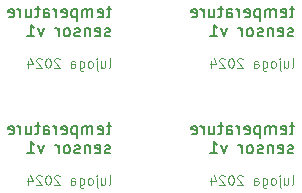
<source format=gbo>
G04 #@! TF.GenerationSoftware,KiCad,Pcbnew,7.0.10*
G04 #@! TF.CreationDate,2024-01-04T16:31:29+01:00*
G04 #@! TF.ProjectId,temperature-sensor-2x2,74656d70-6572-4617-9475-72652d73656e,rev?*
G04 #@! TF.SameCoordinates,Original*
G04 #@! TF.FileFunction,Legend,Bot*
G04 #@! TF.FilePolarity,Positive*
%FSLAX46Y46*%
G04 Gerber Fmt 4.6, Leading zero omitted, Abs format (unit mm)*
G04 Created by KiCad (PCBNEW 7.0.10) date 2024-01-04 16:31:29*
%MOMM*%
%LPD*%
G01*
G04 APERTURE LIST*
%ADD10C,0.120000*%
%ADD11C,0.150000*%
%ADD12C,0.500000*%
G04 APERTURE END LIST*
D10*
X162116291Y-33795855D02*
X162192481Y-33757760D01*
X162192481Y-33757760D02*
X162230576Y-33681569D01*
X162230576Y-33681569D02*
X162230576Y-32995855D01*
X161468671Y-33262521D02*
X161468671Y-33795855D01*
X161811528Y-33262521D02*
X161811528Y-33681569D01*
X161811528Y-33681569D02*
X161773433Y-33757760D01*
X161773433Y-33757760D02*
X161697243Y-33795855D01*
X161697243Y-33795855D02*
X161582957Y-33795855D01*
X161582957Y-33795855D02*
X161506766Y-33757760D01*
X161506766Y-33757760D02*
X161468671Y-33719664D01*
X161087718Y-33262521D02*
X161087718Y-33948236D01*
X161087718Y-33948236D02*
X161125814Y-34024426D01*
X161125814Y-34024426D02*
X161202004Y-34062521D01*
X161202004Y-34062521D02*
X161240099Y-34062521D01*
X161087718Y-32995855D02*
X161125814Y-33033950D01*
X161125814Y-33033950D02*
X161087718Y-33072045D01*
X161087718Y-33072045D02*
X161049623Y-33033950D01*
X161049623Y-33033950D02*
X161087718Y-32995855D01*
X161087718Y-32995855D02*
X161087718Y-33072045D01*
X160592481Y-33795855D02*
X160668671Y-33757760D01*
X160668671Y-33757760D02*
X160706766Y-33719664D01*
X160706766Y-33719664D02*
X160744862Y-33643474D01*
X160744862Y-33643474D02*
X160744862Y-33414902D01*
X160744862Y-33414902D02*
X160706766Y-33338712D01*
X160706766Y-33338712D02*
X160668671Y-33300617D01*
X160668671Y-33300617D02*
X160592481Y-33262521D01*
X160592481Y-33262521D02*
X160478195Y-33262521D01*
X160478195Y-33262521D02*
X160402004Y-33300617D01*
X160402004Y-33300617D02*
X160363909Y-33338712D01*
X160363909Y-33338712D02*
X160325814Y-33414902D01*
X160325814Y-33414902D02*
X160325814Y-33643474D01*
X160325814Y-33643474D02*
X160363909Y-33719664D01*
X160363909Y-33719664D02*
X160402004Y-33757760D01*
X160402004Y-33757760D02*
X160478195Y-33795855D01*
X160478195Y-33795855D02*
X160592481Y-33795855D01*
X159640099Y-33262521D02*
X159640099Y-33910140D01*
X159640099Y-33910140D02*
X159678194Y-33986331D01*
X159678194Y-33986331D02*
X159716290Y-34024426D01*
X159716290Y-34024426D02*
X159792480Y-34062521D01*
X159792480Y-34062521D02*
X159906766Y-34062521D01*
X159906766Y-34062521D02*
X159982956Y-34024426D01*
X159640099Y-33757760D02*
X159716290Y-33795855D01*
X159716290Y-33795855D02*
X159868671Y-33795855D01*
X159868671Y-33795855D02*
X159944861Y-33757760D01*
X159944861Y-33757760D02*
X159982956Y-33719664D01*
X159982956Y-33719664D02*
X160021052Y-33643474D01*
X160021052Y-33643474D02*
X160021052Y-33414902D01*
X160021052Y-33414902D02*
X159982956Y-33338712D01*
X159982956Y-33338712D02*
X159944861Y-33300617D01*
X159944861Y-33300617D02*
X159868671Y-33262521D01*
X159868671Y-33262521D02*
X159716290Y-33262521D01*
X159716290Y-33262521D02*
X159640099Y-33300617D01*
X158916289Y-33795855D02*
X158916289Y-33376807D01*
X158916289Y-33376807D02*
X158954384Y-33300617D01*
X158954384Y-33300617D02*
X159030575Y-33262521D01*
X159030575Y-33262521D02*
X159182956Y-33262521D01*
X159182956Y-33262521D02*
X159259146Y-33300617D01*
X158916289Y-33757760D02*
X158992480Y-33795855D01*
X158992480Y-33795855D02*
X159182956Y-33795855D01*
X159182956Y-33795855D02*
X159259146Y-33757760D01*
X159259146Y-33757760D02*
X159297242Y-33681569D01*
X159297242Y-33681569D02*
X159297242Y-33605379D01*
X159297242Y-33605379D02*
X159259146Y-33529188D01*
X159259146Y-33529188D02*
X159182956Y-33491093D01*
X159182956Y-33491093D02*
X158992480Y-33491093D01*
X158992480Y-33491093D02*
X158916289Y-33452998D01*
X157963908Y-33072045D02*
X157925812Y-33033950D01*
X157925812Y-33033950D02*
X157849622Y-32995855D01*
X157849622Y-32995855D02*
X157659146Y-32995855D01*
X157659146Y-32995855D02*
X157582955Y-33033950D01*
X157582955Y-33033950D02*
X157544860Y-33072045D01*
X157544860Y-33072045D02*
X157506765Y-33148236D01*
X157506765Y-33148236D02*
X157506765Y-33224426D01*
X157506765Y-33224426D02*
X157544860Y-33338712D01*
X157544860Y-33338712D02*
X158002003Y-33795855D01*
X158002003Y-33795855D02*
X157506765Y-33795855D01*
X157011526Y-32995855D02*
X156935336Y-32995855D01*
X156935336Y-32995855D02*
X156859145Y-33033950D01*
X156859145Y-33033950D02*
X156821050Y-33072045D01*
X156821050Y-33072045D02*
X156782955Y-33148236D01*
X156782955Y-33148236D02*
X156744860Y-33300617D01*
X156744860Y-33300617D02*
X156744860Y-33491093D01*
X156744860Y-33491093D02*
X156782955Y-33643474D01*
X156782955Y-33643474D02*
X156821050Y-33719664D01*
X156821050Y-33719664D02*
X156859145Y-33757760D01*
X156859145Y-33757760D02*
X156935336Y-33795855D01*
X156935336Y-33795855D02*
X157011526Y-33795855D01*
X157011526Y-33795855D02*
X157087717Y-33757760D01*
X157087717Y-33757760D02*
X157125812Y-33719664D01*
X157125812Y-33719664D02*
X157163907Y-33643474D01*
X157163907Y-33643474D02*
X157202003Y-33491093D01*
X157202003Y-33491093D02*
X157202003Y-33300617D01*
X157202003Y-33300617D02*
X157163907Y-33148236D01*
X157163907Y-33148236D02*
X157125812Y-33072045D01*
X157125812Y-33072045D02*
X157087717Y-33033950D01*
X157087717Y-33033950D02*
X157011526Y-32995855D01*
X156440098Y-33072045D02*
X156402002Y-33033950D01*
X156402002Y-33033950D02*
X156325812Y-32995855D01*
X156325812Y-32995855D02*
X156135336Y-32995855D01*
X156135336Y-32995855D02*
X156059145Y-33033950D01*
X156059145Y-33033950D02*
X156021050Y-33072045D01*
X156021050Y-33072045D02*
X155982955Y-33148236D01*
X155982955Y-33148236D02*
X155982955Y-33224426D01*
X155982955Y-33224426D02*
X156021050Y-33338712D01*
X156021050Y-33338712D02*
X156478193Y-33795855D01*
X156478193Y-33795855D02*
X155982955Y-33795855D01*
X155297240Y-33262521D02*
X155297240Y-33795855D01*
X155487716Y-32957760D02*
X155678193Y-33529188D01*
X155678193Y-33529188D02*
X155182954Y-33529188D01*
X146616291Y-43695855D02*
X146692481Y-43657760D01*
X146692481Y-43657760D02*
X146730576Y-43581569D01*
X146730576Y-43581569D02*
X146730576Y-42895855D01*
X145968671Y-43162521D02*
X145968671Y-43695855D01*
X146311528Y-43162521D02*
X146311528Y-43581569D01*
X146311528Y-43581569D02*
X146273433Y-43657760D01*
X146273433Y-43657760D02*
X146197243Y-43695855D01*
X146197243Y-43695855D02*
X146082957Y-43695855D01*
X146082957Y-43695855D02*
X146006766Y-43657760D01*
X146006766Y-43657760D02*
X145968671Y-43619664D01*
X145587718Y-43162521D02*
X145587718Y-43848236D01*
X145587718Y-43848236D02*
X145625814Y-43924426D01*
X145625814Y-43924426D02*
X145702004Y-43962521D01*
X145702004Y-43962521D02*
X145740099Y-43962521D01*
X145587718Y-42895855D02*
X145625814Y-42933950D01*
X145625814Y-42933950D02*
X145587718Y-42972045D01*
X145587718Y-42972045D02*
X145549623Y-42933950D01*
X145549623Y-42933950D02*
X145587718Y-42895855D01*
X145587718Y-42895855D02*
X145587718Y-42972045D01*
X145092481Y-43695855D02*
X145168671Y-43657760D01*
X145168671Y-43657760D02*
X145206766Y-43619664D01*
X145206766Y-43619664D02*
X145244862Y-43543474D01*
X145244862Y-43543474D02*
X145244862Y-43314902D01*
X145244862Y-43314902D02*
X145206766Y-43238712D01*
X145206766Y-43238712D02*
X145168671Y-43200617D01*
X145168671Y-43200617D02*
X145092481Y-43162521D01*
X145092481Y-43162521D02*
X144978195Y-43162521D01*
X144978195Y-43162521D02*
X144902004Y-43200617D01*
X144902004Y-43200617D02*
X144863909Y-43238712D01*
X144863909Y-43238712D02*
X144825814Y-43314902D01*
X144825814Y-43314902D02*
X144825814Y-43543474D01*
X144825814Y-43543474D02*
X144863909Y-43619664D01*
X144863909Y-43619664D02*
X144902004Y-43657760D01*
X144902004Y-43657760D02*
X144978195Y-43695855D01*
X144978195Y-43695855D02*
X145092481Y-43695855D01*
X144140099Y-43162521D02*
X144140099Y-43810140D01*
X144140099Y-43810140D02*
X144178194Y-43886331D01*
X144178194Y-43886331D02*
X144216290Y-43924426D01*
X144216290Y-43924426D02*
X144292480Y-43962521D01*
X144292480Y-43962521D02*
X144406766Y-43962521D01*
X144406766Y-43962521D02*
X144482956Y-43924426D01*
X144140099Y-43657760D02*
X144216290Y-43695855D01*
X144216290Y-43695855D02*
X144368671Y-43695855D01*
X144368671Y-43695855D02*
X144444861Y-43657760D01*
X144444861Y-43657760D02*
X144482956Y-43619664D01*
X144482956Y-43619664D02*
X144521052Y-43543474D01*
X144521052Y-43543474D02*
X144521052Y-43314902D01*
X144521052Y-43314902D02*
X144482956Y-43238712D01*
X144482956Y-43238712D02*
X144444861Y-43200617D01*
X144444861Y-43200617D02*
X144368671Y-43162521D01*
X144368671Y-43162521D02*
X144216290Y-43162521D01*
X144216290Y-43162521D02*
X144140099Y-43200617D01*
X143416289Y-43695855D02*
X143416289Y-43276807D01*
X143416289Y-43276807D02*
X143454384Y-43200617D01*
X143454384Y-43200617D02*
X143530575Y-43162521D01*
X143530575Y-43162521D02*
X143682956Y-43162521D01*
X143682956Y-43162521D02*
X143759146Y-43200617D01*
X143416289Y-43657760D02*
X143492480Y-43695855D01*
X143492480Y-43695855D02*
X143682956Y-43695855D01*
X143682956Y-43695855D02*
X143759146Y-43657760D01*
X143759146Y-43657760D02*
X143797242Y-43581569D01*
X143797242Y-43581569D02*
X143797242Y-43505379D01*
X143797242Y-43505379D02*
X143759146Y-43429188D01*
X143759146Y-43429188D02*
X143682956Y-43391093D01*
X143682956Y-43391093D02*
X143492480Y-43391093D01*
X143492480Y-43391093D02*
X143416289Y-43352998D01*
X142463908Y-42972045D02*
X142425812Y-42933950D01*
X142425812Y-42933950D02*
X142349622Y-42895855D01*
X142349622Y-42895855D02*
X142159146Y-42895855D01*
X142159146Y-42895855D02*
X142082955Y-42933950D01*
X142082955Y-42933950D02*
X142044860Y-42972045D01*
X142044860Y-42972045D02*
X142006765Y-43048236D01*
X142006765Y-43048236D02*
X142006765Y-43124426D01*
X142006765Y-43124426D02*
X142044860Y-43238712D01*
X142044860Y-43238712D02*
X142502003Y-43695855D01*
X142502003Y-43695855D02*
X142006765Y-43695855D01*
X141511526Y-42895855D02*
X141435336Y-42895855D01*
X141435336Y-42895855D02*
X141359145Y-42933950D01*
X141359145Y-42933950D02*
X141321050Y-42972045D01*
X141321050Y-42972045D02*
X141282955Y-43048236D01*
X141282955Y-43048236D02*
X141244860Y-43200617D01*
X141244860Y-43200617D02*
X141244860Y-43391093D01*
X141244860Y-43391093D02*
X141282955Y-43543474D01*
X141282955Y-43543474D02*
X141321050Y-43619664D01*
X141321050Y-43619664D02*
X141359145Y-43657760D01*
X141359145Y-43657760D02*
X141435336Y-43695855D01*
X141435336Y-43695855D02*
X141511526Y-43695855D01*
X141511526Y-43695855D02*
X141587717Y-43657760D01*
X141587717Y-43657760D02*
X141625812Y-43619664D01*
X141625812Y-43619664D02*
X141663907Y-43543474D01*
X141663907Y-43543474D02*
X141702003Y-43391093D01*
X141702003Y-43391093D02*
X141702003Y-43200617D01*
X141702003Y-43200617D02*
X141663907Y-43048236D01*
X141663907Y-43048236D02*
X141625812Y-42972045D01*
X141625812Y-42972045D02*
X141587717Y-42933950D01*
X141587717Y-42933950D02*
X141511526Y-42895855D01*
X140940098Y-42972045D02*
X140902002Y-42933950D01*
X140902002Y-42933950D02*
X140825812Y-42895855D01*
X140825812Y-42895855D02*
X140635336Y-42895855D01*
X140635336Y-42895855D02*
X140559145Y-42933950D01*
X140559145Y-42933950D02*
X140521050Y-42972045D01*
X140521050Y-42972045D02*
X140482955Y-43048236D01*
X140482955Y-43048236D02*
X140482955Y-43124426D01*
X140482955Y-43124426D02*
X140521050Y-43238712D01*
X140521050Y-43238712D02*
X140978193Y-43695855D01*
X140978193Y-43695855D02*
X140482955Y-43695855D01*
X139797240Y-43162521D02*
X139797240Y-43695855D01*
X139987716Y-42857760D02*
X140178193Y-43429188D01*
X140178193Y-43429188D02*
X139682954Y-43429188D01*
D11*
X146806077Y-38773152D02*
X146425125Y-38773152D01*
X146663220Y-38439819D02*
X146663220Y-39296961D01*
X146663220Y-39296961D02*
X146615601Y-39392200D01*
X146615601Y-39392200D02*
X146520363Y-39439819D01*
X146520363Y-39439819D02*
X146425125Y-39439819D01*
X145710839Y-39392200D02*
X145806077Y-39439819D01*
X145806077Y-39439819D02*
X145996553Y-39439819D01*
X145996553Y-39439819D02*
X146091791Y-39392200D01*
X146091791Y-39392200D02*
X146139410Y-39296961D01*
X146139410Y-39296961D02*
X146139410Y-38916009D01*
X146139410Y-38916009D02*
X146091791Y-38820771D01*
X146091791Y-38820771D02*
X145996553Y-38773152D01*
X145996553Y-38773152D02*
X145806077Y-38773152D01*
X145806077Y-38773152D02*
X145710839Y-38820771D01*
X145710839Y-38820771D02*
X145663220Y-38916009D01*
X145663220Y-38916009D02*
X145663220Y-39011247D01*
X145663220Y-39011247D02*
X146139410Y-39106485D01*
X145234648Y-39439819D02*
X145234648Y-38773152D01*
X145234648Y-38868390D02*
X145187029Y-38820771D01*
X145187029Y-38820771D02*
X145091791Y-38773152D01*
X145091791Y-38773152D02*
X144948934Y-38773152D01*
X144948934Y-38773152D02*
X144853696Y-38820771D01*
X144853696Y-38820771D02*
X144806077Y-38916009D01*
X144806077Y-38916009D02*
X144806077Y-39439819D01*
X144806077Y-38916009D02*
X144758458Y-38820771D01*
X144758458Y-38820771D02*
X144663220Y-38773152D01*
X144663220Y-38773152D02*
X144520363Y-38773152D01*
X144520363Y-38773152D02*
X144425124Y-38820771D01*
X144425124Y-38820771D02*
X144377505Y-38916009D01*
X144377505Y-38916009D02*
X144377505Y-39439819D01*
X143901315Y-38773152D02*
X143901315Y-39773152D01*
X143901315Y-38820771D02*
X143806077Y-38773152D01*
X143806077Y-38773152D02*
X143615601Y-38773152D01*
X143615601Y-38773152D02*
X143520363Y-38820771D01*
X143520363Y-38820771D02*
X143472744Y-38868390D01*
X143472744Y-38868390D02*
X143425125Y-38963628D01*
X143425125Y-38963628D02*
X143425125Y-39249342D01*
X143425125Y-39249342D02*
X143472744Y-39344580D01*
X143472744Y-39344580D02*
X143520363Y-39392200D01*
X143520363Y-39392200D02*
X143615601Y-39439819D01*
X143615601Y-39439819D02*
X143806077Y-39439819D01*
X143806077Y-39439819D02*
X143901315Y-39392200D01*
X142615601Y-39392200D02*
X142710839Y-39439819D01*
X142710839Y-39439819D02*
X142901315Y-39439819D01*
X142901315Y-39439819D02*
X142996553Y-39392200D01*
X142996553Y-39392200D02*
X143044172Y-39296961D01*
X143044172Y-39296961D02*
X143044172Y-38916009D01*
X143044172Y-38916009D02*
X142996553Y-38820771D01*
X142996553Y-38820771D02*
X142901315Y-38773152D01*
X142901315Y-38773152D02*
X142710839Y-38773152D01*
X142710839Y-38773152D02*
X142615601Y-38820771D01*
X142615601Y-38820771D02*
X142567982Y-38916009D01*
X142567982Y-38916009D02*
X142567982Y-39011247D01*
X142567982Y-39011247D02*
X143044172Y-39106485D01*
X142139410Y-39439819D02*
X142139410Y-38773152D01*
X142139410Y-38963628D02*
X142091791Y-38868390D01*
X142091791Y-38868390D02*
X142044172Y-38820771D01*
X142044172Y-38820771D02*
X141948934Y-38773152D01*
X141948934Y-38773152D02*
X141853696Y-38773152D01*
X141091791Y-39439819D02*
X141091791Y-38916009D01*
X141091791Y-38916009D02*
X141139410Y-38820771D01*
X141139410Y-38820771D02*
X141234648Y-38773152D01*
X141234648Y-38773152D02*
X141425124Y-38773152D01*
X141425124Y-38773152D02*
X141520362Y-38820771D01*
X141091791Y-39392200D02*
X141187029Y-39439819D01*
X141187029Y-39439819D02*
X141425124Y-39439819D01*
X141425124Y-39439819D02*
X141520362Y-39392200D01*
X141520362Y-39392200D02*
X141567981Y-39296961D01*
X141567981Y-39296961D02*
X141567981Y-39201723D01*
X141567981Y-39201723D02*
X141520362Y-39106485D01*
X141520362Y-39106485D02*
X141425124Y-39058866D01*
X141425124Y-39058866D02*
X141187029Y-39058866D01*
X141187029Y-39058866D02*
X141091791Y-39011247D01*
X140758457Y-38773152D02*
X140377505Y-38773152D01*
X140615600Y-38439819D02*
X140615600Y-39296961D01*
X140615600Y-39296961D02*
X140567981Y-39392200D01*
X140567981Y-39392200D02*
X140472743Y-39439819D01*
X140472743Y-39439819D02*
X140377505Y-39439819D01*
X139615600Y-38773152D02*
X139615600Y-39439819D01*
X140044171Y-38773152D02*
X140044171Y-39296961D01*
X140044171Y-39296961D02*
X139996552Y-39392200D01*
X139996552Y-39392200D02*
X139901314Y-39439819D01*
X139901314Y-39439819D02*
X139758457Y-39439819D01*
X139758457Y-39439819D02*
X139663219Y-39392200D01*
X139663219Y-39392200D02*
X139615600Y-39344580D01*
X139139409Y-39439819D02*
X139139409Y-38773152D01*
X139139409Y-38963628D02*
X139091790Y-38868390D01*
X139091790Y-38868390D02*
X139044171Y-38820771D01*
X139044171Y-38820771D02*
X138948933Y-38773152D01*
X138948933Y-38773152D02*
X138853695Y-38773152D01*
X138139409Y-39392200D02*
X138234647Y-39439819D01*
X138234647Y-39439819D02*
X138425123Y-39439819D01*
X138425123Y-39439819D02*
X138520361Y-39392200D01*
X138520361Y-39392200D02*
X138567980Y-39296961D01*
X138567980Y-39296961D02*
X138567980Y-38916009D01*
X138567980Y-38916009D02*
X138520361Y-38820771D01*
X138520361Y-38820771D02*
X138425123Y-38773152D01*
X138425123Y-38773152D02*
X138234647Y-38773152D01*
X138234647Y-38773152D02*
X138139409Y-38820771D01*
X138139409Y-38820771D02*
X138091790Y-38916009D01*
X138091790Y-38916009D02*
X138091790Y-39011247D01*
X138091790Y-39011247D02*
X138567980Y-39106485D01*
X146710839Y-41002200D02*
X146615601Y-41049819D01*
X146615601Y-41049819D02*
X146425125Y-41049819D01*
X146425125Y-41049819D02*
X146329887Y-41002200D01*
X146329887Y-41002200D02*
X146282268Y-40906961D01*
X146282268Y-40906961D02*
X146282268Y-40859342D01*
X146282268Y-40859342D02*
X146329887Y-40764104D01*
X146329887Y-40764104D02*
X146425125Y-40716485D01*
X146425125Y-40716485D02*
X146567982Y-40716485D01*
X146567982Y-40716485D02*
X146663220Y-40668866D01*
X146663220Y-40668866D02*
X146710839Y-40573628D01*
X146710839Y-40573628D02*
X146710839Y-40526009D01*
X146710839Y-40526009D02*
X146663220Y-40430771D01*
X146663220Y-40430771D02*
X146567982Y-40383152D01*
X146567982Y-40383152D02*
X146425125Y-40383152D01*
X146425125Y-40383152D02*
X146329887Y-40430771D01*
X145472744Y-41002200D02*
X145567982Y-41049819D01*
X145567982Y-41049819D02*
X145758458Y-41049819D01*
X145758458Y-41049819D02*
X145853696Y-41002200D01*
X145853696Y-41002200D02*
X145901315Y-40906961D01*
X145901315Y-40906961D02*
X145901315Y-40526009D01*
X145901315Y-40526009D02*
X145853696Y-40430771D01*
X145853696Y-40430771D02*
X145758458Y-40383152D01*
X145758458Y-40383152D02*
X145567982Y-40383152D01*
X145567982Y-40383152D02*
X145472744Y-40430771D01*
X145472744Y-40430771D02*
X145425125Y-40526009D01*
X145425125Y-40526009D02*
X145425125Y-40621247D01*
X145425125Y-40621247D02*
X145901315Y-40716485D01*
X144996553Y-40383152D02*
X144996553Y-41049819D01*
X144996553Y-40478390D02*
X144948934Y-40430771D01*
X144948934Y-40430771D02*
X144853696Y-40383152D01*
X144853696Y-40383152D02*
X144710839Y-40383152D01*
X144710839Y-40383152D02*
X144615601Y-40430771D01*
X144615601Y-40430771D02*
X144567982Y-40526009D01*
X144567982Y-40526009D02*
X144567982Y-41049819D01*
X144139410Y-41002200D02*
X144044172Y-41049819D01*
X144044172Y-41049819D02*
X143853696Y-41049819D01*
X143853696Y-41049819D02*
X143758458Y-41002200D01*
X143758458Y-41002200D02*
X143710839Y-40906961D01*
X143710839Y-40906961D02*
X143710839Y-40859342D01*
X143710839Y-40859342D02*
X143758458Y-40764104D01*
X143758458Y-40764104D02*
X143853696Y-40716485D01*
X143853696Y-40716485D02*
X143996553Y-40716485D01*
X143996553Y-40716485D02*
X144091791Y-40668866D01*
X144091791Y-40668866D02*
X144139410Y-40573628D01*
X144139410Y-40573628D02*
X144139410Y-40526009D01*
X144139410Y-40526009D02*
X144091791Y-40430771D01*
X144091791Y-40430771D02*
X143996553Y-40383152D01*
X143996553Y-40383152D02*
X143853696Y-40383152D01*
X143853696Y-40383152D02*
X143758458Y-40430771D01*
X143139410Y-41049819D02*
X143234648Y-41002200D01*
X143234648Y-41002200D02*
X143282267Y-40954580D01*
X143282267Y-40954580D02*
X143329886Y-40859342D01*
X143329886Y-40859342D02*
X143329886Y-40573628D01*
X143329886Y-40573628D02*
X143282267Y-40478390D01*
X143282267Y-40478390D02*
X143234648Y-40430771D01*
X143234648Y-40430771D02*
X143139410Y-40383152D01*
X143139410Y-40383152D02*
X142996553Y-40383152D01*
X142996553Y-40383152D02*
X142901315Y-40430771D01*
X142901315Y-40430771D02*
X142853696Y-40478390D01*
X142853696Y-40478390D02*
X142806077Y-40573628D01*
X142806077Y-40573628D02*
X142806077Y-40859342D01*
X142806077Y-40859342D02*
X142853696Y-40954580D01*
X142853696Y-40954580D02*
X142901315Y-41002200D01*
X142901315Y-41002200D02*
X142996553Y-41049819D01*
X142996553Y-41049819D02*
X143139410Y-41049819D01*
X142377505Y-41049819D02*
X142377505Y-40383152D01*
X142377505Y-40573628D02*
X142329886Y-40478390D01*
X142329886Y-40478390D02*
X142282267Y-40430771D01*
X142282267Y-40430771D02*
X142187029Y-40383152D01*
X142187029Y-40383152D02*
X142091791Y-40383152D01*
X141091790Y-40383152D02*
X140853695Y-41049819D01*
X140853695Y-41049819D02*
X140615600Y-40383152D01*
X139710838Y-41049819D02*
X140282266Y-41049819D01*
X139996552Y-41049819D02*
X139996552Y-40049819D01*
X139996552Y-40049819D02*
X140091790Y-40192676D01*
X140091790Y-40192676D02*
X140187028Y-40287914D01*
X140187028Y-40287914D02*
X140282266Y-40335533D01*
X162306077Y-38773152D02*
X161925125Y-38773152D01*
X162163220Y-38439819D02*
X162163220Y-39296961D01*
X162163220Y-39296961D02*
X162115601Y-39392200D01*
X162115601Y-39392200D02*
X162020363Y-39439819D01*
X162020363Y-39439819D02*
X161925125Y-39439819D01*
X161210839Y-39392200D02*
X161306077Y-39439819D01*
X161306077Y-39439819D02*
X161496553Y-39439819D01*
X161496553Y-39439819D02*
X161591791Y-39392200D01*
X161591791Y-39392200D02*
X161639410Y-39296961D01*
X161639410Y-39296961D02*
X161639410Y-38916009D01*
X161639410Y-38916009D02*
X161591791Y-38820771D01*
X161591791Y-38820771D02*
X161496553Y-38773152D01*
X161496553Y-38773152D02*
X161306077Y-38773152D01*
X161306077Y-38773152D02*
X161210839Y-38820771D01*
X161210839Y-38820771D02*
X161163220Y-38916009D01*
X161163220Y-38916009D02*
X161163220Y-39011247D01*
X161163220Y-39011247D02*
X161639410Y-39106485D01*
X160734648Y-39439819D02*
X160734648Y-38773152D01*
X160734648Y-38868390D02*
X160687029Y-38820771D01*
X160687029Y-38820771D02*
X160591791Y-38773152D01*
X160591791Y-38773152D02*
X160448934Y-38773152D01*
X160448934Y-38773152D02*
X160353696Y-38820771D01*
X160353696Y-38820771D02*
X160306077Y-38916009D01*
X160306077Y-38916009D02*
X160306077Y-39439819D01*
X160306077Y-38916009D02*
X160258458Y-38820771D01*
X160258458Y-38820771D02*
X160163220Y-38773152D01*
X160163220Y-38773152D02*
X160020363Y-38773152D01*
X160020363Y-38773152D02*
X159925124Y-38820771D01*
X159925124Y-38820771D02*
X159877505Y-38916009D01*
X159877505Y-38916009D02*
X159877505Y-39439819D01*
X159401315Y-38773152D02*
X159401315Y-39773152D01*
X159401315Y-38820771D02*
X159306077Y-38773152D01*
X159306077Y-38773152D02*
X159115601Y-38773152D01*
X159115601Y-38773152D02*
X159020363Y-38820771D01*
X159020363Y-38820771D02*
X158972744Y-38868390D01*
X158972744Y-38868390D02*
X158925125Y-38963628D01*
X158925125Y-38963628D02*
X158925125Y-39249342D01*
X158925125Y-39249342D02*
X158972744Y-39344580D01*
X158972744Y-39344580D02*
X159020363Y-39392200D01*
X159020363Y-39392200D02*
X159115601Y-39439819D01*
X159115601Y-39439819D02*
X159306077Y-39439819D01*
X159306077Y-39439819D02*
X159401315Y-39392200D01*
X158115601Y-39392200D02*
X158210839Y-39439819D01*
X158210839Y-39439819D02*
X158401315Y-39439819D01*
X158401315Y-39439819D02*
X158496553Y-39392200D01*
X158496553Y-39392200D02*
X158544172Y-39296961D01*
X158544172Y-39296961D02*
X158544172Y-38916009D01*
X158544172Y-38916009D02*
X158496553Y-38820771D01*
X158496553Y-38820771D02*
X158401315Y-38773152D01*
X158401315Y-38773152D02*
X158210839Y-38773152D01*
X158210839Y-38773152D02*
X158115601Y-38820771D01*
X158115601Y-38820771D02*
X158067982Y-38916009D01*
X158067982Y-38916009D02*
X158067982Y-39011247D01*
X158067982Y-39011247D02*
X158544172Y-39106485D01*
X157639410Y-39439819D02*
X157639410Y-38773152D01*
X157639410Y-38963628D02*
X157591791Y-38868390D01*
X157591791Y-38868390D02*
X157544172Y-38820771D01*
X157544172Y-38820771D02*
X157448934Y-38773152D01*
X157448934Y-38773152D02*
X157353696Y-38773152D01*
X156591791Y-39439819D02*
X156591791Y-38916009D01*
X156591791Y-38916009D02*
X156639410Y-38820771D01*
X156639410Y-38820771D02*
X156734648Y-38773152D01*
X156734648Y-38773152D02*
X156925124Y-38773152D01*
X156925124Y-38773152D02*
X157020362Y-38820771D01*
X156591791Y-39392200D02*
X156687029Y-39439819D01*
X156687029Y-39439819D02*
X156925124Y-39439819D01*
X156925124Y-39439819D02*
X157020362Y-39392200D01*
X157020362Y-39392200D02*
X157067981Y-39296961D01*
X157067981Y-39296961D02*
X157067981Y-39201723D01*
X157067981Y-39201723D02*
X157020362Y-39106485D01*
X157020362Y-39106485D02*
X156925124Y-39058866D01*
X156925124Y-39058866D02*
X156687029Y-39058866D01*
X156687029Y-39058866D02*
X156591791Y-39011247D01*
X156258457Y-38773152D02*
X155877505Y-38773152D01*
X156115600Y-38439819D02*
X156115600Y-39296961D01*
X156115600Y-39296961D02*
X156067981Y-39392200D01*
X156067981Y-39392200D02*
X155972743Y-39439819D01*
X155972743Y-39439819D02*
X155877505Y-39439819D01*
X155115600Y-38773152D02*
X155115600Y-39439819D01*
X155544171Y-38773152D02*
X155544171Y-39296961D01*
X155544171Y-39296961D02*
X155496552Y-39392200D01*
X155496552Y-39392200D02*
X155401314Y-39439819D01*
X155401314Y-39439819D02*
X155258457Y-39439819D01*
X155258457Y-39439819D02*
X155163219Y-39392200D01*
X155163219Y-39392200D02*
X155115600Y-39344580D01*
X154639409Y-39439819D02*
X154639409Y-38773152D01*
X154639409Y-38963628D02*
X154591790Y-38868390D01*
X154591790Y-38868390D02*
X154544171Y-38820771D01*
X154544171Y-38820771D02*
X154448933Y-38773152D01*
X154448933Y-38773152D02*
X154353695Y-38773152D01*
X153639409Y-39392200D02*
X153734647Y-39439819D01*
X153734647Y-39439819D02*
X153925123Y-39439819D01*
X153925123Y-39439819D02*
X154020361Y-39392200D01*
X154020361Y-39392200D02*
X154067980Y-39296961D01*
X154067980Y-39296961D02*
X154067980Y-38916009D01*
X154067980Y-38916009D02*
X154020361Y-38820771D01*
X154020361Y-38820771D02*
X153925123Y-38773152D01*
X153925123Y-38773152D02*
X153734647Y-38773152D01*
X153734647Y-38773152D02*
X153639409Y-38820771D01*
X153639409Y-38820771D02*
X153591790Y-38916009D01*
X153591790Y-38916009D02*
X153591790Y-39011247D01*
X153591790Y-39011247D02*
X154067980Y-39106485D01*
X162210839Y-41002200D02*
X162115601Y-41049819D01*
X162115601Y-41049819D02*
X161925125Y-41049819D01*
X161925125Y-41049819D02*
X161829887Y-41002200D01*
X161829887Y-41002200D02*
X161782268Y-40906961D01*
X161782268Y-40906961D02*
X161782268Y-40859342D01*
X161782268Y-40859342D02*
X161829887Y-40764104D01*
X161829887Y-40764104D02*
X161925125Y-40716485D01*
X161925125Y-40716485D02*
X162067982Y-40716485D01*
X162067982Y-40716485D02*
X162163220Y-40668866D01*
X162163220Y-40668866D02*
X162210839Y-40573628D01*
X162210839Y-40573628D02*
X162210839Y-40526009D01*
X162210839Y-40526009D02*
X162163220Y-40430771D01*
X162163220Y-40430771D02*
X162067982Y-40383152D01*
X162067982Y-40383152D02*
X161925125Y-40383152D01*
X161925125Y-40383152D02*
X161829887Y-40430771D01*
X160972744Y-41002200D02*
X161067982Y-41049819D01*
X161067982Y-41049819D02*
X161258458Y-41049819D01*
X161258458Y-41049819D02*
X161353696Y-41002200D01*
X161353696Y-41002200D02*
X161401315Y-40906961D01*
X161401315Y-40906961D02*
X161401315Y-40526009D01*
X161401315Y-40526009D02*
X161353696Y-40430771D01*
X161353696Y-40430771D02*
X161258458Y-40383152D01*
X161258458Y-40383152D02*
X161067982Y-40383152D01*
X161067982Y-40383152D02*
X160972744Y-40430771D01*
X160972744Y-40430771D02*
X160925125Y-40526009D01*
X160925125Y-40526009D02*
X160925125Y-40621247D01*
X160925125Y-40621247D02*
X161401315Y-40716485D01*
X160496553Y-40383152D02*
X160496553Y-41049819D01*
X160496553Y-40478390D02*
X160448934Y-40430771D01*
X160448934Y-40430771D02*
X160353696Y-40383152D01*
X160353696Y-40383152D02*
X160210839Y-40383152D01*
X160210839Y-40383152D02*
X160115601Y-40430771D01*
X160115601Y-40430771D02*
X160067982Y-40526009D01*
X160067982Y-40526009D02*
X160067982Y-41049819D01*
X159639410Y-41002200D02*
X159544172Y-41049819D01*
X159544172Y-41049819D02*
X159353696Y-41049819D01*
X159353696Y-41049819D02*
X159258458Y-41002200D01*
X159258458Y-41002200D02*
X159210839Y-40906961D01*
X159210839Y-40906961D02*
X159210839Y-40859342D01*
X159210839Y-40859342D02*
X159258458Y-40764104D01*
X159258458Y-40764104D02*
X159353696Y-40716485D01*
X159353696Y-40716485D02*
X159496553Y-40716485D01*
X159496553Y-40716485D02*
X159591791Y-40668866D01*
X159591791Y-40668866D02*
X159639410Y-40573628D01*
X159639410Y-40573628D02*
X159639410Y-40526009D01*
X159639410Y-40526009D02*
X159591791Y-40430771D01*
X159591791Y-40430771D02*
X159496553Y-40383152D01*
X159496553Y-40383152D02*
X159353696Y-40383152D01*
X159353696Y-40383152D02*
X159258458Y-40430771D01*
X158639410Y-41049819D02*
X158734648Y-41002200D01*
X158734648Y-41002200D02*
X158782267Y-40954580D01*
X158782267Y-40954580D02*
X158829886Y-40859342D01*
X158829886Y-40859342D02*
X158829886Y-40573628D01*
X158829886Y-40573628D02*
X158782267Y-40478390D01*
X158782267Y-40478390D02*
X158734648Y-40430771D01*
X158734648Y-40430771D02*
X158639410Y-40383152D01*
X158639410Y-40383152D02*
X158496553Y-40383152D01*
X158496553Y-40383152D02*
X158401315Y-40430771D01*
X158401315Y-40430771D02*
X158353696Y-40478390D01*
X158353696Y-40478390D02*
X158306077Y-40573628D01*
X158306077Y-40573628D02*
X158306077Y-40859342D01*
X158306077Y-40859342D02*
X158353696Y-40954580D01*
X158353696Y-40954580D02*
X158401315Y-41002200D01*
X158401315Y-41002200D02*
X158496553Y-41049819D01*
X158496553Y-41049819D02*
X158639410Y-41049819D01*
X157877505Y-41049819D02*
X157877505Y-40383152D01*
X157877505Y-40573628D02*
X157829886Y-40478390D01*
X157829886Y-40478390D02*
X157782267Y-40430771D01*
X157782267Y-40430771D02*
X157687029Y-40383152D01*
X157687029Y-40383152D02*
X157591791Y-40383152D01*
X156591790Y-40383152D02*
X156353695Y-41049819D01*
X156353695Y-41049819D02*
X156115600Y-40383152D01*
X155210838Y-41049819D02*
X155782266Y-41049819D01*
X155496552Y-41049819D02*
X155496552Y-40049819D01*
X155496552Y-40049819D02*
X155591790Y-40192676D01*
X155591790Y-40192676D02*
X155687028Y-40287914D01*
X155687028Y-40287914D02*
X155782266Y-40335533D01*
D10*
X162116291Y-43695855D02*
X162192481Y-43657760D01*
X162192481Y-43657760D02*
X162230576Y-43581569D01*
X162230576Y-43581569D02*
X162230576Y-42895855D01*
X161468671Y-43162521D02*
X161468671Y-43695855D01*
X161811528Y-43162521D02*
X161811528Y-43581569D01*
X161811528Y-43581569D02*
X161773433Y-43657760D01*
X161773433Y-43657760D02*
X161697243Y-43695855D01*
X161697243Y-43695855D02*
X161582957Y-43695855D01*
X161582957Y-43695855D02*
X161506766Y-43657760D01*
X161506766Y-43657760D02*
X161468671Y-43619664D01*
X161087718Y-43162521D02*
X161087718Y-43848236D01*
X161087718Y-43848236D02*
X161125814Y-43924426D01*
X161125814Y-43924426D02*
X161202004Y-43962521D01*
X161202004Y-43962521D02*
X161240099Y-43962521D01*
X161087718Y-42895855D02*
X161125814Y-42933950D01*
X161125814Y-42933950D02*
X161087718Y-42972045D01*
X161087718Y-42972045D02*
X161049623Y-42933950D01*
X161049623Y-42933950D02*
X161087718Y-42895855D01*
X161087718Y-42895855D02*
X161087718Y-42972045D01*
X160592481Y-43695855D02*
X160668671Y-43657760D01*
X160668671Y-43657760D02*
X160706766Y-43619664D01*
X160706766Y-43619664D02*
X160744862Y-43543474D01*
X160744862Y-43543474D02*
X160744862Y-43314902D01*
X160744862Y-43314902D02*
X160706766Y-43238712D01*
X160706766Y-43238712D02*
X160668671Y-43200617D01*
X160668671Y-43200617D02*
X160592481Y-43162521D01*
X160592481Y-43162521D02*
X160478195Y-43162521D01*
X160478195Y-43162521D02*
X160402004Y-43200617D01*
X160402004Y-43200617D02*
X160363909Y-43238712D01*
X160363909Y-43238712D02*
X160325814Y-43314902D01*
X160325814Y-43314902D02*
X160325814Y-43543474D01*
X160325814Y-43543474D02*
X160363909Y-43619664D01*
X160363909Y-43619664D02*
X160402004Y-43657760D01*
X160402004Y-43657760D02*
X160478195Y-43695855D01*
X160478195Y-43695855D02*
X160592481Y-43695855D01*
X159640099Y-43162521D02*
X159640099Y-43810140D01*
X159640099Y-43810140D02*
X159678194Y-43886331D01*
X159678194Y-43886331D02*
X159716290Y-43924426D01*
X159716290Y-43924426D02*
X159792480Y-43962521D01*
X159792480Y-43962521D02*
X159906766Y-43962521D01*
X159906766Y-43962521D02*
X159982956Y-43924426D01*
X159640099Y-43657760D02*
X159716290Y-43695855D01*
X159716290Y-43695855D02*
X159868671Y-43695855D01*
X159868671Y-43695855D02*
X159944861Y-43657760D01*
X159944861Y-43657760D02*
X159982956Y-43619664D01*
X159982956Y-43619664D02*
X160021052Y-43543474D01*
X160021052Y-43543474D02*
X160021052Y-43314902D01*
X160021052Y-43314902D02*
X159982956Y-43238712D01*
X159982956Y-43238712D02*
X159944861Y-43200617D01*
X159944861Y-43200617D02*
X159868671Y-43162521D01*
X159868671Y-43162521D02*
X159716290Y-43162521D01*
X159716290Y-43162521D02*
X159640099Y-43200617D01*
X158916289Y-43695855D02*
X158916289Y-43276807D01*
X158916289Y-43276807D02*
X158954384Y-43200617D01*
X158954384Y-43200617D02*
X159030575Y-43162521D01*
X159030575Y-43162521D02*
X159182956Y-43162521D01*
X159182956Y-43162521D02*
X159259146Y-43200617D01*
X158916289Y-43657760D02*
X158992480Y-43695855D01*
X158992480Y-43695855D02*
X159182956Y-43695855D01*
X159182956Y-43695855D02*
X159259146Y-43657760D01*
X159259146Y-43657760D02*
X159297242Y-43581569D01*
X159297242Y-43581569D02*
X159297242Y-43505379D01*
X159297242Y-43505379D02*
X159259146Y-43429188D01*
X159259146Y-43429188D02*
X159182956Y-43391093D01*
X159182956Y-43391093D02*
X158992480Y-43391093D01*
X158992480Y-43391093D02*
X158916289Y-43352998D01*
X157963908Y-42972045D02*
X157925812Y-42933950D01*
X157925812Y-42933950D02*
X157849622Y-42895855D01*
X157849622Y-42895855D02*
X157659146Y-42895855D01*
X157659146Y-42895855D02*
X157582955Y-42933950D01*
X157582955Y-42933950D02*
X157544860Y-42972045D01*
X157544860Y-42972045D02*
X157506765Y-43048236D01*
X157506765Y-43048236D02*
X157506765Y-43124426D01*
X157506765Y-43124426D02*
X157544860Y-43238712D01*
X157544860Y-43238712D02*
X158002003Y-43695855D01*
X158002003Y-43695855D02*
X157506765Y-43695855D01*
X157011526Y-42895855D02*
X156935336Y-42895855D01*
X156935336Y-42895855D02*
X156859145Y-42933950D01*
X156859145Y-42933950D02*
X156821050Y-42972045D01*
X156821050Y-42972045D02*
X156782955Y-43048236D01*
X156782955Y-43048236D02*
X156744860Y-43200617D01*
X156744860Y-43200617D02*
X156744860Y-43391093D01*
X156744860Y-43391093D02*
X156782955Y-43543474D01*
X156782955Y-43543474D02*
X156821050Y-43619664D01*
X156821050Y-43619664D02*
X156859145Y-43657760D01*
X156859145Y-43657760D02*
X156935336Y-43695855D01*
X156935336Y-43695855D02*
X157011526Y-43695855D01*
X157011526Y-43695855D02*
X157087717Y-43657760D01*
X157087717Y-43657760D02*
X157125812Y-43619664D01*
X157125812Y-43619664D02*
X157163907Y-43543474D01*
X157163907Y-43543474D02*
X157202003Y-43391093D01*
X157202003Y-43391093D02*
X157202003Y-43200617D01*
X157202003Y-43200617D02*
X157163907Y-43048236D01*
X157163907Y-43048236D02*
X157125812Y-42972045D01*
X157125812Y-42972045D02*
X157087717Y-42933950D01*
X157087717Y-42933950D02*
X157011526Y-42895855D01*
X156440098Y-42972045D02*
X156402002Y-42933950D01*
X156402002Y-42933950D02*
X156325812Y-42895855D01*
X156325812Y-42895855D02*
X156135336Y-42895855D01*
X156135336Y-42895855D02*
X156059145Y-42933950D01*
X156059145Y-42933950D02*
X156021050Y-42972045D01*
X156021050Y-42972045D02*
X155982955Y-43048236D01*
X155982955Y-43048236D02*
X155982955Y-43124426D01*
X155982955Y-43124426D02*
X156021050Y-43238712D01*
X156021050Y-43238712D02*
X156478193Y-43695855D01*
X156478193Y-43695855D02*
X155982955Y-43695855D01*
X155297240Y-43162521D02*
X155297240Y-43695855D01*
X155487716Y-42857760D02*
X155678193Y-43429188D01*
X155678193Y-43429188D02*
X155182954Y-43429188D01*
X146616291Y-33795855D02*
X146692481Y-33757760D01*
X146692481Y-33757760D02*
X146730576Y-33681569D01*
X146730576Y-33681569D02*
X146730576Y-32995855D01*
X145968671Y-33262521D02*
X145968671Y-33795855D01*
X146311528Y-33262521D02*
X146311528Y-33681569D01*
X146311528Y-33681569D02*
X146273433Y-33757760D01*
X146273433Y-33757760D02*
X146197243Y-33795855D01*
X146197243Y-33795855D02*
X146082957Y-33795855D01*
X146082957Y-33795855D02*
X146006766Y-33757760D01*
X146006766Y-33757760D02*
X145968671Y-33719664D01*
X145587718Y-33262521D02*
X145587718Y-33948236D01*
X145587718Y-33948236D02*
X145625814Y-34024426D01*
X145625814Y-34024426D02*
X145702004Y-34062521D01*
X145702004Y-34062521D02*
X145740099Y-34062521D01*
X145587718Y-32995855D02*
X145625814Y-33033950D01*
X145625814Y-33033950D02*
X145587718Y-33072045D01*
X145587718Y-33072045D02*
X145549623Y-33033950D01*
X145549623Y-33033950D02*
X145587718Y-32995855D01*
X145587718Y-32995855D02*
X145587718Y-33072045D01*
X145092481Y-33795855D02*
X145168671Y-33757760D01*
X145168671Y-33757760D02*
X145206766Y-33719664D01*
X145206766Y-33719664D02*
X145244862Y-33643474D01*
X145244862Y-33643474D02*
X145244862Y-33414902D01*
X145244862Y-33414902D02*
X145206766Y-33338712D01*
X145206766Y-33338712D02*
X145168671Y-33300617D01*
X145168671Y-33300617D02*
X145092481Y-33262521D01*
X145092481Y-33262521D02*
X144978195Y-33262521D01*
X144978195Y-33262521D02*
X144902004Y-33300617D01*
X144902004Y-33300617D02*
X144863909Y-33338712D01*
X144863909Y-33338712D02*
X144825814Y-33414902D01*
X144825814Y-33414902D02*
X144825814Y-33643474D01*
X144825814Y-33643474D02*
X144863909Y-33719664D01*
X144863909Y-33719664D02*
X144902004Y-33757760D01*
X144902004Y-33757760D02*
X144978195Y-33795855D01*
X144978195Y-33795855D02*
X145092481Y-33795855D01*
X144140099Y-33262521D02*
X144140099Y-33910140D01*
X144140099Y-33910140D02*
X144178194Y-33986331D01*
X144178194Y-33986331D02*
X144216290Y-34024426D01*
X144216290Y-34024426D02*
X144292480Y-34062521D01*
X144292480Y-34062521D02*
X144406766Y-34062521D01*
X144406766Y-34062521D02*
X144482956Y-34024426D01*
X144140099Y-33757760D02*
X144216290Y-33795855D01*
X144216290Y-33795855D02*
X144368671Y-33795855D01*
X144368671Y-33795855D02*
X144444861Y-33757760D01*
X144444861Y-33757760D02*
X144482956Y-33719664D01*
X144482956Y-33719664D02*
X144521052Y-33643474D01*
X144521052Y-33643474D02*
X144521052Y-33414902D01*
X144521052Y-33414902D02*
X144482956Y-33338712D01*
X144482956Y-33338712D02*
X144444861Y-33300617D01*
X144444861Y-33300617D02*
X144368671Y-33262521D01*
X144368671Y-33262521D02*
X144216290Y-33262521D01*
X144216290Y-33262521D02*
X144140099Y-33300617D01*
X143416289Y-33795855D02*
X143416289Y-33376807D01*
X143416289Y-33376807D02*
X143454384Y-33300617D01*
X143454384Y-33300617D02*
X143530575Y-33262521D01*
X143530575Y-33262521D02*
X143682956Y-33262521D01*
X143682956Y-33262521D02*
X143759146Y-33300617D01*
X143416289Y-33757760D02*
X143492480Y-33795855D01*
X143492480Y-33795855D02*
X143682956Y-33795855D01*
X143682956Y-33795855D02*
X143759146Y-33757760D01*
X143759146Y-33757760D02*
X143797242Y-33681569D01*
X143797242Y-33681569D02*
X143797242Y-33605379D01*
X143797242Y-33605379D02*
X143759146Y-33529188D01*
X143759146Y-33529188D02*
X143682956Y-33491093D01*
X143682956Y-33491093D02*
X143492480Y-33491093D01*
X143492480Y-33491093D02*
X143416289Y-33452998D01*
X142463908Y-33072045D02*
X142425812Y-33033950D01*
X142425812Y-33033950D02*
X142349622Y-32995855D01*
X142349622Y-32995855D02*
X142159146Y-32995855D01*
X142159146Y-32995855D02*
X142082955Y-33033950D01*
X142082955Y-33033950D02*
X142044860Y-33072045D01*
X142044860Y-33072045D02*
X142006765Y-33148236D01*
X142006765Y-33148236D02*
X142006765Y-33224426D01*
X142006765Y-33224426D02*
X142044860Y-33338712D01*
X142044860Y-33338712D02*
X142502003Y-33795855D01*
X142502003Y-33795855D02*
X142006765Y-33795855D01*
X141511526Y-32995855D02*
X141435336Y-32995855D01*
X141435336Y-32995855D02*
X141359145Y-33033950D01*
X141359145Y-33033950D02*
X141321050Y-33072045D01*
X141321050Y-33072045D02*
X141282955Y-33148236D01*
X141282955Y-33148236D02*
X141244860Y-33300617D01*
X141244860Y-33300617D02*
X141244860Y-33491093D01*
X141244860Y-33491093D02*
X141282955Y-33643474D01*
X141282955Y-33643474D02*
X141321050Y-33719664D01*
X141321050Y-33719664D02*
X141359145Y-33757760D01*
X141359145Y-33757760D02*
X141435336Y-33795855D01*
X141435336Y-33795855D02*
X141511526Y-33795855D01*
X141511526Y-33795855D02*
X141587717Y-33757760D01*
X141587717Y-33757760D02*
X141625812Y-33719664D01*
X141625812Y-33719664D02*
X141663907Y-33643474D01*
X141663907Y-33643474D02*
X141702003Y-33491093D01*
X141702003Y-33491093D02*
X141702003Y-33300617D01*
X141702003Y-33300617D02*
X141663907Y-33148236D01*
X141663907Y-33148236D02*
X141625812Y-33072045D01*
X141625812Y-33072045D02*
X141587717Y-33033950D01*
X141587717Y-33033950D02*
X141511526Y-32995855D01*
X140940098Y-33072045D02*
X140902002Y-33033950D01*
X140902002Y-33033950D02*
X140825812Y-32995855D01*
X140825812Y-32995855D02*
X140635336Y-32995855D01*
X140635336Y-32995855D02*
X140559145Y-33033950D01*
X140559145Y-33033950D02*
X140521050Y-33072045D01*
X140521050Y-33072045D02*
X140482955Y-33148236D01*
X140482955Y-33148236D02*
X140482955Y-33224426D01*
X140482955Y-33224426D02*
X140521050Y-33338712D01*
X140521050Y-33338712D02*
X140978193Y-33795855D01*
X140978193Y-33795855D02*
X140482955Y-33795855D01*
X139797240Y-33262521D02*
X139797240Y-33795855D01*
X139987716Y-32957760D02*
X140178193Y-33529188D01*
X140178193Y-33529188D02*
X139682954Y-33529188D01*
D11*
X146806077Y-28873152D02*
X146425125Y-28873152D01*
X146663220Y-28539819D02*
X146663220Y-29396961D01*
X146663220Y-29396961D02*
X146615601Y-29492200D01*
X146615601Y-29492200D02*
X146520363Y-29539819D01*
X146520363Y-29539819D02*
X146425125Y-29539819D01*
X145710839Y-29492200D02*
X145806077Y-29539819D01*
X145806077Y-29539819D02*
X145996553Y-29539819D01*
X145996553Y-29539819D02*
X146091791Y-29492200D01*
X146091791Y-29492200D02*
X146139410Y-29396961D01*
X146139410Y-29396961D02*
X146139410Y-29016009D01*
X146139410Y-29016009D02*
X146091791Y-28920771D01*
X146091791Y-28920771D02*
X145996553Y-28873152D01*
X145996553Y-28873152D02*
X145806077Y-28873152D01*
X145806077Y-28873152D02*
X145710839Y-28920771D01*
X145710839Y-28920771D02*
X145663220Y-29016009D01*
X145663220Y-29016009D02*
X145663220Y-29111247D01*
X145663220Y-29111247D02*
X146139410Y-29206485D01*
X145234648Y-29539819D02*
X145234648Y-28873152D01*
X145234648Y-28968390D02*
X145187029Y-28920771D01*
X145187029Y-28920771D02*
X145091791Y-28873152D01*
X145091791Y-28873152D02*
X144948934Y-28873152D01*
X144948934Y-28873152D02*
X144853696Y-28920771D01*
X144853696Y-28920771D02*
X144806077Y-29016009D01*
X144806077Y-29016009D02*
X144806077Y-29539819D01*
X144806077Y-29016009D02*
X144758458Y-28920771D01*
X144758458Y-28920771D02*
X144663220Y-28873152D01*
X144663220Y-28873152D02*
X144520363Y-28873152D01*
X144520363Y-28873152D02*
X144425124Y-28920771D01*
X144425124Y-28920771D02*
X144377505Y-29016009D01*
X144377505Y-29016009D02*
X144377505Y-29539819D01*
X143901315Y-28873152D02*
X143901315Y-29873152D01*
X143901315Y-28920771D02*
X143806077Y-28873152D01*
X143806077Y-28873152D02*
X143615601Y-28873152D01*
X143615601Y-28873152D02*
X143520363Y-28920771D01*
X143520363Y-28920771D02*
X143472744Y-28968390D01*
X143472744Y-28968390D02*
X143425125Y-29063628D01*
X143425125Y-29063628D02*
X143425125Y-29349342D01*
X143425125Y-29349342D02*
X143472744Y-29444580D01*
X143472744Y-29444580D02*
X143520363Y-29492200D01*
X143520363Y-29492200D02*
X143615601Y-29539819D01*
X143615601Y-29539819D02*
X143806077Y-29539819D01*
X143806077Y-29539819D02*
X143901315Y-29492200D01*
X142615601Y-29492200D02*
X142710839Y-29539819D01*
X142710839Y-29539819D02*
X142901315Y-29539819D01*
X142901315Y-29539819D02*
X142996553Y-29492200D01*
X142996553Y-29492200D02*
X143044172Y-29396961D01*
X143044172Y-29396961D02*
X143044172Y-29016009D01*
X143044172Y-29016009D02*
X142996553Y-28920771D01*
X142996553Y-28920771D02*
X142901315Y-28873152D01*
X142901315Y-28873152D02*
X142710839Y-28873152D01*
X142710839Y-28873152D02*
X142615601Y-28920771D01*
X142615601Y-28920771D02*
X142567982Y-29016009D01*
X142567982Y-29016009D02*
X142567982Y-29111247D01*
X142567982Y-29111247D02*
X143044172Y-29206485D01*
X142139410Y-29539819D02*
X142139410Y-28873152D01*
X142139410Y-29063628D02*
X142091791Y-28968390D01*
X142091791Y-28968390D02*
X142044172Y-28920771D01*
X142044172Y-28920771D02*
X141948934Y-28873152D01*
X141948934Y-28873152D02*
X141853696Y-28873152D01*
X141091791Y-29539819D02*
X141091791Y-29016009D01*
X141091791Y-29016009D02*
X141139410Y-28920771D01*
X141139410Y-28920771D02*
X141234648Y-28873152D01*
X141234648Y-28873152D02*
X141425124Y-28873152D01*
X141425124Y-28873152D02*
X141520362Y-28920771D01*
X141091791Y-29492200D02*
X141187029Y-29539819D01*
X141187029Y-29539819D02*
X141425124Y-29539819D01*
X141425124Y-29539819D02*
X141520362Y-29492200D01*
X141520362Y-29492200D02*
X141567981Y-29396961D01*
X141567981Y-29396961D02*
X141567981Y-29301723D01*
X141567981Y-29301723D02*
X141520362Y-29206485D01*
X141520362Y-29206485D02*
X141425124Y-29158866D01*
X141425124Y-29158866D02*
X141187029Y-29158866D01*
X141187029Y-29158866D02*
X141091791Y-29111247D01*
X140758457Y-28873152D02*
X140377505Y-28873152D01*
X140615600Y-28539819D02*
X140615600Y-29396961D01*
X140615600Y-29396961D02*
X140567981Y-29492200D01*
X140567981Y-29492200D02*
X140472743Y-29539819D01*
X140472743Y-29539819D02*
X140377505Y-29539819D01*
X139615600Y-28873152D02*
X139615600Y-29539819D01*
X140044171Y-28873152D02*
X140044171Y-29396961D01*
X140044171Y-29396961D02*
X139996552Y-29492200D01*
X139996552Y-29492200D02*
X139901314Y-29539819D01*
X139901314Y-29539819D02*
X139758457Y-29539819D01*
X139758457Y-29539819D02*
X139663219Y-29492200D01*
X139663219Y-29492200D02*
X139615600Y-29444580D01*
X139139409Y-29539819D02*
X139139409Y-28873152D01*
X139139409Y-29063628D02*
X139091790Y-28968390D01*
X139091790Y-28968390D02*
X139044171Y-28920771D01*
X139044171Y-28920771D02*
X138948933Y-28873152D01*
X138948933Y-28873152D02*
X138853695Y-28873152D01*
X138139409Y-29492200D02*
X138234647Y-29539819D01*
X138234647Y-29539819D02*
X138425123Y-29539819D01*
X138425123Y-29539819D02*
X138520361Y-29492200D01*
X138520361Y-29492200D02*
X138567980Y-29396961D01*
X138567980Y-29396961D02*
X138567980Y-29016009D01*
X138567980Y-29016009D02*
X138520361Y-28920771D01*
X138520361Y-28920771D02*
X138425123Y-28873152D01*
X138425123Y-28873152D02*
X138234647Y-28873152D01*
X138234647Y-28873152D02*
X138139409Y-28920771D01*
X138139409Y-28920771D02*
X138091790Y-29016009D01*
X138091790Y-29016009D02*
X138091790Y-29111247D01*
X138091790Y-29111247D02*
X138567980Y-29206485D01*
X146710839Y-31102200D02*
X146615601Y-31149819D01*
X146615601Y-31149819D02*
X146425125Y-31149819D01*
X146425125Y-31149819D02*
X146329887Y-31102200D01*
X146329887Y-31102200D02*
X146282268Y-31006961D01*
X146282268Y-31006961D02*
X146282268Y-30959342D01*
X146282268Y-30959342D02*
X146329887Y-30864104D01*
X146329887Y-30864104D02*
X146425125Y-30816485D01*
X146425125Y-30816485D02*
X146567982Y-30816485D01*
X146567982Y-30816485D02*
X146663220Y-30768866D01*
X146663220Y-30768866D02*
X146710839Y-30673628D01*
X146710839Y-30673628D02*
X146710839Y-30626009D01*
X146710839Y-30626009D02*
X146663220Y-30530771D01*
X146663220Y-30530771D02*
X146567982Y-30483152D01*
X146567982Y-30483152D02*
X146425125Y-30483152D01*
X146425125Y-30483152D02*
X146329887Y-30530771D01*
X145472744Y-31102200D02*
X145567982Y-31149819D01*
X145567982Y-31149819D02*
X145758458Y-31149819D01*
X145758458Y-31149819D02*
X145853696Y-31102200D01*
X145853696Y-31102200D02*
X145901315Y-31006961D01*
X145901315Y-31006961D02*
X145901315Y-30626009D01*
X145901315Y-30626009D02*
X145853696Y-30530771D01*
X145853696Y-30530771D02*
X145758458Y-30483152D01*
X145758458Y-30483152D02*
X145567982Y-30483152D01*
X145567982Y-30483152D02*
X145472744Y-30530771D01*
X145472744Y-30530771D02*
X145425125Y-30626009D01*
X145425125Y-30626009D02*
X145425125Y-30721247D01*
X145425125Y-30721247D02*
X145901315Y-30816485D01*
X144996553Y-30483152D02*
X144996553Y-31149819D01*
X144996553Y-30578390D02*
X144948934Y-30530771D01*
X144948934Y-30530771D02*
X144853696Y-30483152D01*
X144853696Y-30483152D02*
X144710839Y-30483152D01*
X144710839Y-30483152D02*
X144615601Y-30530771D01*
X144615601Y-30530771D02*
X144567982Y-30626009D01*
X144567982Y-30626009D02*
X144567982Y-31149819D01*
X144139410Y-31102200D02*
X144044172Y-31149819D01*
X144044172Y-31149819D02*
X143853696Y-31149819D01*
X143853696Y-31149819D02*
X143758458Y-31102200D01*
X143758458Y-31102200D02*
X143710839Y-31006961D01*
X143710839Y-31006961D02*
X143710839Y-30959342D01*
X143710839Y-30959342D02*
X143758458Y-30864104D01*
X143758458Y-30864104D02*
X143853696Y-30816485D01*
X143853696Y-30816485D02*
X143996553Y-30816485D01*
X143996553Y-30816485D02*
X144091791Y-30768866D01*
X144091791Y-30768866D02*
X144139410Y-30673628D01*
X144139410Y-30673628D02*
X144139410Y-30626009D01*
X144139410Y-30626009D02*
X144091791Y-30530771D01*
X144091791Y-30530771D02*
X143996553Y-30483152D01*
X143996553Y-30483152D02*
X143853696Y-30483152D01*
X143853696Y-30483152D02*
X143758458Y-30530771D01*
X143139410Y-31149819D02*
X143234648Y-31102200D01*
X143234648Y-31102200D02*
X143282267Y-31054580D01*
X143282267Y-31054580D02*
X143329886Y-30959342D01*
X143329886Y-30959342D02*
X143329886Y-30673628D01*
X143329886Y-30673628D02*
X143282267Y-30578390D01*
X143282267Y-30578390D02*
X143234648Y-30530771D01*
X143234648Y-30530771D02*
X143139410Y-30483152D01*
X143139410Y-30483152D02*
X142996553Y-30483152D01*
X142996553Y-30483152D02*
X142901315Y-30530771D01*
X142901315Y-30530771D02*
X142853696Y-30578390D01*
X142853696Y-30578390D02*
X142806077Y-30673628D01*
X142806077Y-30673628D02*
X142806077Y-30959342D01*
X142806077Y-30959342D02*
X142853696Y-31054580D01*
X142853696Y-31054580D02*
X142901315Y-31102200D01*
X142901315Y-31102200D02*
X142996553Y-31149819D01*
X142996553Y-31149819D02*
X143139410Y-31149819D01*
X142377505Y-31149819D02*
X142377505Y-30483152D01*
X142377505Y-30673628D02*
X142329886Y-30578390D01*
X142329886Y-30578390D02*
X142282267Y-30530771D01*
X142282267Y-30530771D02*
X142187029Y-30483152D01*
X142187029Y-30483152D02*
X142091791Y-30483152D01*
X141091790Y-30483152D02*
X140853695Y-31149819D01*
X140853695Y-31149819D02*
X140615600Y-30483152D01*
X139710838Y-31149819D02*
X140282266Y-31149819D01*
X139996552Y-31149819D02*
X139996552Y-30149819D01*
X139996552Y-30149819D02*
X140091790Y-30292676D01*
X140091790Y-30292676D02*
X140187028Y-30387914D01*
X140187028Y-30387914D02*
X140282266Y-30435533D01*
X162306077Y-28873152D02*
X161925125Y-28873152D01*
X162163220Y-28539819D02*
X162163220Y-29396961D01*
X162163220Y-29396961D02*
X162115601Y-29492200D01*
X162115601Y-29492200D02*
X162020363Y-29539819D01*
X162020363Y-29539819D02*
X161925125Y-29539819D01*
X161210839Y-29492200D02*
X161306077Y-29539819D01*
X161306077Y-29539819D02*
X161496553Y-29539819D01*
X161496553Y-29539819D02*
X161591791Y-29492200D01*
X161591791Y-29492200D02*
X161639410Y-29396961D01*
X161639410Y-29396961D02*
X161639410Y-29016009D01*
X161639410Y-29016009D02*
X161591791Y-28920771D01*
X161591791Y-28920771D02*
X161496553Y-28873152D01*
X161496553Y-28873152D02*
X161306077Y-28873152D01*
X161306077Y-28873152D02*
X161210839Y-28920771D01*
X161210839Y-28920771D02*
X161163220Y-29016009D01*
X161163220Y-29016009D02*
X161163220Y-29111247D01*
X161163220Y-29111247D02*
X161639410Y-29206485D01*
X160734648Y-29539819D02*
X160734648Y-28873152D01*
X160734648Y-28968390D02*
X160687029Y-28920771D01*
X160687029Y-28920771D02*
X160591791Y-28873152D01*
X160591791Y-28873152D02*
X160448934Y-28873152D01*
X160448934Y-28873152D02*
X160353696Y-28920771D01*
X160353696Y-28920771D02*
X160306077Y-29016009D01*
X160306077Y-29016009D02*
X160306077Y-29539819D01*
X160306077Y-29016009D02*
X160258458Y-28920771D01*
X160258458Y-28920771D02*
X160163220Y-28873152D01*
X160163220Y-28873152D02*
X160020363Y-28873152D01*
X160020363Y-28873152D02*
X159925124Y-28920771D01*
X159925124Y-28920771D02*
X159877505Y-29016009D01*
X159877505Y-29016009D02*
X159877505Y-29539819D01*
X159401315Y-28873152D02*
X159401315Y-29873152D01*
X159401315Y-28920771D02*
X159306077Y-28873152D01*
X159306077Y-28873152D02*
X159115601Y-28873152D01*
X159115601Y-28873152D02*
X159020363Y-28920771D01*
X159020363Y-28920771D02*
X158972744Y-28968390D01*
X158972744Y-28968390D02*
X158925125Y-29063628D01*
X158925125Y-29063628D02*
X158925125Y-29349342D01*
X158925125Y-29349342D02*
X158972744Y-29444580D01*
X158972744Y-29444580D02*
X159020363Y-29492200D01*
X159020363Y-29492200D02*
X159115601Y-29539819D01*
X159115601Y-29539819D02*
X159306077Y-29539819D01*
X159306077Y-29539819D02*
X159401315Y-29492200D01*
X158115601Y-29492200D02*
X158210839Y-29539819D01*
X158210839Y-29539819D02*
X158401315Y-29539819D01*
X158401315Y-29539819D02*
X158496553Y-29492200D01*
X158496553Y-29492200D02*
X158544172Y-29396961D01*
X158544172Y-29396961D02*
X158544172Y-29016009D01*
X158544172Y-29016009D02*
X158496553Y-28920771D01*
X158496553Y-28920771D02*
X158401315Y-28873152D01*
X158401315Y-28873152D02*
X158210839Y-28873152D01*
X158210839Y-28873152D02*
X158115601Y-28920771D01*
X158115601Y-28920771D02*
X158067982Y-29016009D01*
X158067982Y-29016009D02*
X158067982Y-29111247D01*
X158067982Y-29111247D02*
X158544172Y-29206485D01*
X157639410Y-29539819D02*
X157639410Y-28873152D01*
X157639410Y-29063628D02*
X157591791Y-28968390D01*
X157591791Y-28968390D02*
X157544172Y-28920771D01*
X157544172Y-28920771D02*
X157448934Y-28873152D01*
X157448934Y-28873152D02*
X157353696Y-28873152D01*
X156591791Y-29539819D02*
X156591791Y-29016009D01*
X156591791Y-29016009D02*
X156639410Y-28920771D01*
X156639410Y-28920771D02*
X156734648Y-28873152D01*
X156734648Y-28873152D02*
X156925124Y-28873152D01*
X156925124Y-28873152D02*
X157020362Y-28920771D01*
X156591791Y-29492200D02*
X156687029Y-29539819D01*
X156687029Y-29539819D02*
X156925124Y-29539819D01*
X156925124Y-29539819D02*
X157020362Y-29492200D01*
X157020362Y-29492200D02*
X157067981Y-29396961D01*
X157067981Y-29396961D02*
X157067981Y-29301723D01*
X157067981Y-29301723D02*
X157020362Y-29206485D01*
X157020362Y-29206485D02*
X156925124Y-29158866D01*
X156925124Y-29158866D02*
X156687029Y-29158866D01*
X156687029Y-29158866D02*
X156591791Y-29111247D01*
X156258457Y-28873152D02*
X155877505Y-28873152D01*
X156115600Y-28539819D02*
X156115600Y-29396961D01*
X156115600Y-29396961D02*
X156067981Y-29492200D01*
X156067981Y-29492200D02*
X155972743Y-29539819D01*
X155972743Y-29539819D02*
X155877505Y-29539819D01*
X155115600Y-28873152D02*
X155115600Y-29539819D01*
X155544171Y-28873152D02*
X155544171Y-29396961D01*
X155544171Y-29396961D02*
X155496552Y-29492200D01*
X155496552Y-29492200D02*
X155401314Y-29539819D01*
X155401314Y-29539819D02*
X155258457Y-29539819D01*
X155258457Y-29539819D02*
X155163219Y-29492200D01*
X155163219Y-29492200D02*
X155115600Y-29444580D01*
X154639409Y-29539819D02*
X154639409Y-28873152D01*
X154639409Y-29063628D02*
X154591790Y-28968390D01*
X154591790Y-28968390D02*
X154544171Y-28920771D01*
X154544171Y-28920771D02*
X154448933Y-28873152D01*
X154448933Y-28873152D02*
X154353695Y-28873152D01*
X153639409Y-29492200D02*
X153734647Y-29539819D01*
X153734647Y-29539819D02*
X153925123Y-29539819D01*
X153925123Y-29539819D02*
X154020361Y-29492200D01*
X154020361Y-29492200D02*
X154067980Y-29396961D01*
X154067980Y-29396961D02*
X154067980Y-29016009D01*
X154067980Y-29016009D02*
X154020361Y-28920771D01*
X154020361Y-28920771D02*
X153925123Y-28873152D01*
X153925123Y-28873152D02*
X153734647Y-28873152D01*
X153734647Y-28873152D02*
X153639409Y-28920771D01*
X153639409Y-28920771D02*
X153591790Y-29016009D01*
X153591790Y-29016009D02*
X153591790Y-29111247D01*
X153591790Y-29111247D02*
X154067980Y-29206485D01*
X162210839Y-31102200D02*
X162115601Y-31149819D01*
X162115601Y-31149819D02*
X161925125Y-31149819D01*
X161925125Y-31149819D02*
X161829887Y-31102200D01*
X161829887Y-31102200D02*
X161782268Y-31006961D01*
X161782268Y-31006961D02*
X161782268Y-30959342D01*
X161782268Y-30959342D02*
X161829887Y-30864104D01*
X161829887Y-30864104D02*
X161925125Y-30816485D01*
X161925125Y-30816485D02*
X162067982Y-30816485D01*
X162067982Y-30816485D02*
X162163220Y-30768866D01*
X162163220Y-30768866D02*
X162210839Y-30673628D01*
X162210839Y-30673628D02*
X162210839Y-30626009D01*
X162210839Y-30626009D02*
X162163220Y-30530771D01*
X162163220Y-30530771D02*
X162067982Y-30483152D01*
X162067982Y-30483152D02*
X161925125Y-30483152D01*
X161925125Y-30483152D02*
X161829887Y-30530771D01*
X160972744Y-31102200D02*
X161067982Y-31149819D01*
X161067982Y-31149819D02*
X161258458Y-31149819D01*
X161258458Y-31149819D02*
X161353696Y-31102200D01*
X161353696Y-31102200D02*
X161401315Y-31006961D01*
X161401315Y-31006961D02*
X161401315Y-30626009D01*
X161401315Y-30626009D02*
X161353696Y-30530771D01*
X161353696Y-30530771D02*
X161258458Y-30483152D01*
X161258458Y-30483152D02*
X161067982Y-30483152D01*
X161067982Y-30483152D02*
X160972744Y-30530771D01*
X160972744Y-30530771D02*
X160925125Y-30626009D01*
X160925125Y-30626009D02*
X160925125Y-30721247D01*
X160925125Y-30721247D02*
X161401315Y-30816485D01*
X160496553Y-30483152D02*
X160496553Y-31149819D01*
X160496553Y-30578390D02*
X160448934Y-30530771D01*
X160448934Y-30530771D02*
X160353696Y-30483152D01*
X160353696Y-30483152D02*
X160210839Y-30483152D01*
X160210839Y-30483152D02*
X160115601Y-30530771D01*
X160115601Y-30530771D02*
X160067982Y-30626009D01*
X160067982Y-30626009D02*
X160067982Y-31149819D01*
X159639410Y-31102200D02*
X159544172Y-31149819D01*
X159544172Y-31149819D02*
X159353696Y-31149819D01*
X159353696Y-31149819D02*
X159258458Y-31102200D01*
X159258458Y-31102200D02*
X159210839Y-31006961D01*
X159210839Y-31006961D02*
X159210839Y-30959342D01*
X159210839Y-30959342D02*
X159258458Y-30864104D01*
X159258458Y-30864104D02*
X159353696Y-30816485D01*
X159353696Y-30816485D02*
X159496553Y-30816485D01*
X159496553Y-30816485D02*
X159591791Y-30768866D01*
X159591791Y-30768866D02*
X159639410Y-30673628D01*
X159639410Y-30673628D02*
X159639410Y-30626009D01*
X159639410Y-30626009D02*
X159591791Y-30530771D01*
X159591791Y-30530771D02*
X159496553Y-30483152D01*
X159496553Y-30483152D02*
X159353696Y-30483152D01*
X159353696Y-30483152D02*
X159258458Y-30530771D01*
X158639410Y-31149819D02*
X158734648Y-31102200D01*
X158734648Y-31102200D02*
X158782267Y-31054580D01*
X158782267Y-31054580D02*
X158829886Y-30959342D01*
X158829886Y-30959342D02*
X158829886Y-30673628D01*
X158829886Y-30673628D02*
X158782267Y-30578390D01*
X158782267Y-30578390D02*
X158734648Y-30530771D01*
X158734648Y-30530771D02*
X158639410Y-30483152D01*
X158639410Y-30483152D02*
X158496553Y-30483152D01*
X158496553Y-30483152D02*
X158401315Y-30530771D01*
X158401315Y-30530771D02*
X158353696Y-30578390D01*
X158353696Y-30578390D02*
X158306077Y-30673628D01*
X158306077Y-30673628D02*
X158306077Y-30959342D01*
X158306077Y-30959342D02*
X158353696Y-31054580D01*
X158353696Y-31054580D02*
X158401315Y-31102200D01*
X158401315Y-31102200D02*
X158496553Y-31149819D01*
X158496553Y-31149819D02*
X158639410Y-31149819D01*
X157877505Y-31149819D02*
X157877505Y-30483152D01*
X157877505Y-30673628D02*
X157829886Y-30578390D01*
X157829886Y-30578390D02*
X157782267Y-30530771D01*
X157782267Y-30530771D02*
X157687029Y-30483152D01*
X157687029Y-30483152D02*
X157591791Y-30483152D01*
X156591790Y-30483152D02*
X156353695Y-31149819D01*
X156353695Y-31149819D02*
X156115600Y-30483152D01*
X155210838Y-31149819D02*
X155782266Y-31149819D01*
X155496552Y-31149819D02*
X155496552Y-30149819D01*
X155496552Y-30149819D02*
X155591790Y-30292676D01*
X155591790Y-30292676D02*
X155687028Y-30387914D01*
X155687028Y-30387914D02*
X155782266Y-30435533D01*
%LPC*%
D12*
X140250000Y-36100000D03*
X142250013Y-37700310D03*
X140250000Y-27800000D03*
X156750000Y-46000000D03*
X141250013Y-37700240D03*
X142250000Y-27800000D03*
X154750000Y-36100000D03*
X154750000Y-27800000D03*
X157750000Y-36100000D03*
X155750000Y-36100000D03*
X139250000Y-46000000D03*
X142250000Y-46000000D03*
X154750000Y-37700000D03*
X140250014Y-37700171D03*
X141250000Y-46000000D03*
X157750000Y-46000000D03*
X140250000Y-46000000D03*
X157750000Y-37700000D03*
X154750000Y-46000000D03*
X139250014Y-37700102D03*
X141250000Y-36100000D03*
X156750000Y-27800000D03*
X141250000Y-27800000D03*
X139250000Y-36100000D03*
X156750000Y-36100000D03*
X142250000Y-36100000D03*
X157750000Y-27800000D03*
X139250000Y-27800000D03*
X155750000Y-46000000D03*
X155750000Y-37700000D03*
X155750000Y-27800000D03*
X156750000Y-37700000D03*
%LPD*%
M02*

</source>
